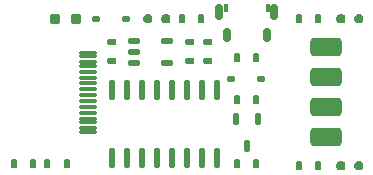
<source format=gtp>
G04*
G04 #@! TF.GenerationSoftware,Altium Limited,Altium Designer,22.3.1 (43)*
G04*
G04 Layer_Color=8421504*
%FSLAX25Y25*%
%MOIN*%
G70*
G04*
G04 #@! TF.SameCoordinates,ABD1A1CB-370B-4326-B327-FACD84D75C70*
G04*
G04*
G04 #@! TF.FilePolarity,Positive*
G04*
G01*
G75*
G04:AMPARAMS|DCode=21|XSize=17.72mil|YSize=39.37mil|CornerRadius=4.43mil|HoleSize=0mil|Usage=FLASHONLY|Rotation=90.000|XOffset=0mil|YOffset=0mil|HoleType=Round|Shape=RoundedRectangle|*
%AMROUNDEDRECTD21*
21,1,0.01772,0.03051,0,0,90.0*
21,1,0.00886,0.03937,0,0,90.0*
1,1,0.00886,0.01526,0.00443*
1,1,0.00886,0.01526,-0.00443*
1,1,0.00886,-0.01526,-0.00443*
1,1,0.00886,-0.01526,0.00443*
%
%ADD21ROUNDEDRECTD21*%
G04:AMPARAMS|DCode=22|XSize=35mil|YSize=35mil|CornerRadius=8.75mil|HoleSize=0mil|Usage=FLASHONLY|Rotation=180.000|XOffset=0mil|YOffset=0mil|HoleType=Round|Shape=RoundedRectangle|*
%AMROUNDEDRECTD22*
21,1,0.03500,0.01750,0,0,180.0*
21,1,0.01750,0.03500,0,0,180.0*
1,1,0.01750,-0.00875,0.00875*
1,1,0.01750,0.00875,0.00875*
1,1,0.01750,0.00875,-0.00875*
1,1,0.01750,-0.00875,-0.00875*
%
%ADD22ROUNDEDRECTD22*%
G04:AMPARAMS|DCode=23|XSize=30mil|YSize=22mil|CornerRadius=5.5mil|HoleSize=0mil|Usage=FLASHONLY|Rotation=90.000|XOffset=0mil|YOffset=0mil|HoleType=Round|Shape=RoundedRectangle|*
%AMROUNDEDRECTD23*
21,1,0.03000,0.01100,0,0,90.0*
21,1,0.01900,0.02200,0,0,90.0*
1,1,0.01100,0.00550,0.00950*
1,1,0.01100,0.00550,-0.00950*
1,1,0.01100,-0.00550,-0.00950*
1,1,0.01100,-0.00550,0.00950*
%
%ADD23ROUNDEDRECTD23*%
G04:AMPARAMS|DCode=24|XSize=25.59mil|YSize=51.18mil|CornerRadius=6.4mil|HoleSize=0mil|Usage=FLASHONLY|Rotation=180.000|XOffset=0mil|YOffset=0mil|HoleType=Round|Shape=RoundedRectangle|*
%AMROUNDEDRECTD24*
21,1,0.02559,0.03839,0,0,180.0*
21,1,0.01280,0.05118,0,0,180.0*
1,1,0.01280,-0.00640,0.01919*
1,1,0.01280,0.00640,0.01919*
1,1,0.01280,0.00640,-0.01919*
1,1,0.01280,-0.00640,-0.01919*
%
%ADD24ROUNDEDRECTD24*%
G04:AMPARAMS|DCode=25|XSize=15.75mil|YSize=25.59mil|CornerRadius=3.94mil|HoleSize=0mil|Usage=FLASHONLY|Rotation=180.000|XOffset=0mil|YOffset=0mil|HoleType=Round|Shape=RoundedRectangle|*
%AMROUNDEDRECTD25*
21,1,0.01575,0.01772,0,0,180.0*
21,1,0.00787,0.02559,0,0,180.0*
1,1,0.00787,-0.00394,0.00886*
1,1,0.00787,0.00394,0.00886*
1,1,0.00787,0.00394,-0.00886*
1,1,0.00787,-0.00394,-0.00886*
%
%ADD25ROUNDEDRECTD25*%
G04:AMPARAMS|DCode=26|XSize=23.62mil|YSize=47.24mil|CornerRadius=5.91mil|HoleSize=0mil|Usage=FLASHONLY|Rotation=180.000|XOffset=0mil|YOffset=0mil|HoleType=Round|Shape=RoundedRectangle|*
%AMROUNDEDRECTD26*
21,1,0.02362,0.03543,0,0,180.0*
21,1,0.01181,0.04724,0,0,180.0*
1,1,0.01181,-0.00591,0.01772*
1,1,0.01181,0.00591,0.01772*
1,1,0.01181,0.00591,-0.01772*
1,1,0.01181,-0.00591,-0.01772*
%
%ADD26ROUNDEDRECTD26*%
G04:AMPARAMS|DCode=27|XSize=19.68mil|YSize=23.62mil|CornerRadius=4.92mil|HoleSize=0mil|Usage=FLASHONLY|Rotation=90.000|XOffset=0mil|YOffset=0mil|HoleType=Round|Shape=RoundedRectangle|*
%AMROUNDEDRECTD27*
21,1,0.01968,0.01378,0,0,90.0*
21,1,0.00984,0.02362,0,0,90.0*
1,1,0.00984,0.00689,0.00492*
1,1,0.00984,0.00689,-0.00492*
1,1,0.00984,-0.00689,-0.00492*
1,1,0.00984,-0.00689,0.00492*
%
%ADD27ROUNDEDRECTD27*%
G04:AMPARAMS|DCode=28|XSize=30mil|YSize=22mil|CornerRadius=5.5mil|HoleSize=0mil|Usage=FLASHONLY|Rotation=180.000|XOffset=0mil|YOffset=0mil|HoleType=Round|Shape=RoundedRectangle|*
%AMROUNDEDRECTD28*
21,1,0.03000,0.01100,0,0,180.0*
21,1,0.01900,0.02200,0,0,180.0*
1,1,0.01100,-0.00950,0.00550*
1,1,0.01100,0.00950,0.00550*
1,1,0.01100,0.00950,-0.00550*
1,1,0.01100,-0.00950,-0.00550*
%
%ADD28ROUNDEDRECTD28*%
G04:AMPARAMS|DCode=29|XSize=62.99mil|YSize=106.3mil|CornerRadius=15.75mil|HoleSize=0mil|Usage=FLASHONLY|Rotation=270.000|XOffset=0mil|YOffset=0mil|HoleType=Round|Shape=RoundedRectangle|*
%AMROUNDEDRECTD29*
21,1,0.06299,0.07480,0,0,270.0*
21,1,0.03150,0.10630,0,0,270.0*
1,1,0.03150,-0.03740,-0.01575*
1,1,0.03150,-0.03740,0.01575*
1,1,0.03150,0.03740,0.01575*
1,1,0.03150,0.03740,-0.01575*
%
%ADD29ROUNDEDRECTD29*%
G04:AMPARAMS|DCode=30|XSize=17.72mil|YSize=39.37mil|CornerRadius=4.43mil|HoleSize=0mil|Usage=FLASHONLY|Rotation=0.000|XOffset=0mil|YOffset=0mil|HoleType=Round|Shape=RoundedRectangle|*
%AMROUNDEDRECTD30*
21,1,0.01772,0.03051,0,0,0.0*
21,1,0.00886,0.03937,0,0,0.0*
1,1,0.00886,0.00443,-0.01526*
1,1,0.00886,-0.00443,-0.01526*
1,1,0.00886,-0.00443,0.01526*
1,1,0.00886,0.00443,0.01526*
%
%ADD30ROUNDEDRECTD30*%
G04:AMPARAMS|DCode=31|XSize=59.06mil|YSize=11.81mil|CornerRadius=2.95mil|HoleSize=0mil|Usage=FLASHONLY|Rotation=0.000|XOffset=0mil|YOffset=0mil|HoleType=Round|Shape=RoundedRectangle|*
%AMROUNDEDRECTD31*
21,1,0.05906,0.00591,0,0,0.0*
21,1,0.05315,0.01181,0,0,0.0*
1,1,0.00591,0.02657,-0.00295*
1,1,0.00591,-0.02657,-0.00295*
1,1,0.00591,-0.02657,0.00295*
1,1,0.00591,0.02657,0.00295*
%
%ADD31ROUNDEDRECTD31*%
%ADD32O,0.02165X0.07087*%
%ADD33P,0.03247X8X22.5*%
G04:AMPARAMS|DCode=34|XSize=30mil|YSize=30mil|CornerRadius=7.5mil|HoleSize=0mil|Usage=FLASHONLY|Rotation=0.000|XOffset=0mil|YOffset=0mil|HoleType=Round|Shape=RoundedRectangle|*
%AMROUNDEDRECTD34*
21,1,0.03000,0.01500,0,0,0.0*
21,1,0.01500,0.03000,0,0,0.0*
1,1,0.01500,0.00750,-0.00750*
1,1,0.01500,-0.00750,-0.00750*
1,1,0.01500,-0.00750,0.00750*
1,1,0.01500,0.00750,0.00750*
%
%ADD34ROUNDEDRECTD34*%
D21*
X57012Y39760D02*
D03*
Y47240D02*
D03*
X45988Y43500D02*
D03*
Y47240D02*
D03*
Y39760D02*
D03*
D22*
X26500Y54500D02*
D03*
X19500D02*
D03*
D23*
X5800Y6000D02*
D03*
X12200D02*
D03*
X23417D02*
D03*
X17017D02*
D03*
X61800Y54500D02*
D03*
X68200D02*
D03*
X107200Y5500D02*
D03*
X100800D02*
D03*
X107200Y54500D02*
D03*
X100800D02*
D03*
X86700Y6000D02*
D03*
X80300D02*
D03*
X86700Y41500D02*
D03*
X80300D02*
D03*
X86700Y27500D02*
D03*
X80300D02*
D03*
D24*
X74347Y56699D02*
D03*
X92654D02*
D03*
D25*
X76413Y57978D02*
D03*
X90587D02*
D03*
D26*
X76807Y49022D02*
D03*
X90193D02*
D03*
D27*
X33200Y54500D02*
D03*
X43100D02*
D03*
X78400Y34500D02*
D03*
X88300D02*
D03*
D28*
X38500Y40300D02*
D03*
Y46700D02*
D03*
X64500Y40300D02*
D03*
Y46700D02*
D03*
X70500Y40300D02*
D03*
Y46700D02*
D03*
D29*
X110000Y45000D02*
D03*
Y35000D02*
D03*
Y25000D02*
D03*
Y15000D02*
D03*
D30*
X87240Y21000D02*
D03*
X79760D02*
D03*
X83500Y12071D02*
D03*
D31*
X30421Y16811D02*
D03*
Y17992D02*
D03*
Y19961D02*
D03*
Y21142D02*
D03*
Y23110D02*
D03*
Y25079D02*
D03*
Y27047D02*
D03*
Y29016D02*
D03*
Y30984D02*
D03*
Y32953D02*
D03*
Y34921D02*
D03*
Y36890D02*
D03*
Y38858D02*
D03*
Y40039D02*
D03*
Y42008D02*
D03*
Y43189D02*
D03*
D32*
X38500Y8173D02*
D03*
X43500D02*
D03*
X48500D02*
D03*
X53500D02*
D03*
X58500D02*
D03*
X63500D02*
D03*
X68500D02*
D03*
X73500D02*
D03*
X38500Y30827D02*
D03*
X43500D02*
D03*
X48500D02*
D03*
X53500D02*
D03*
X58500D02*
D03*
X63500D02*
D03*
X68500D02*
D03*
X73500D02*
D03*
D33*
X121059Y54500D02*
D03*
X50441Y54500D02*
D03*
X121059Y5500D02*
D03*
D34*
X114941Y54500D02*
D03*
X56559Y54500D02*
D03*
X114941Y5500D02*
D03*
M02*

</source>
